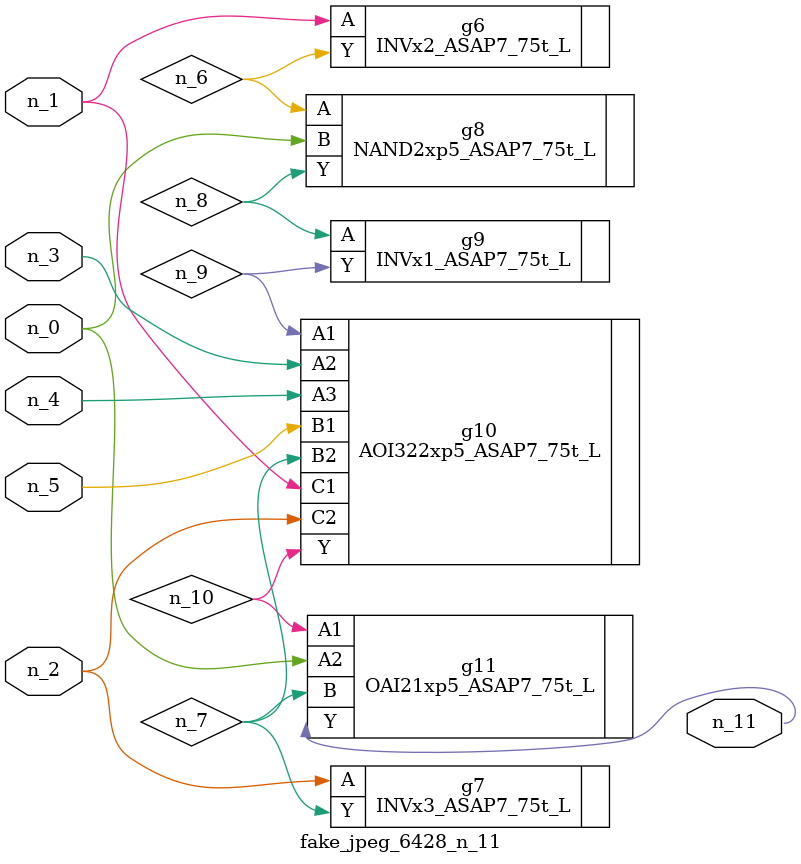
<source format=v>
module fake_jpeg_6428_n_11 (n_3, n_2, n_1, n_0, n_4, n_5, n_11);

input n_3;
input n_2;
input n_1;
input n_0;
input n_4;
input n_5;

output n_11;

wire n_10;
wire n_8;
wire n_9;
wire n_6;
wire n_7;

INVx2_ASAP7_75t_L g6 ( 
.A(n_1),
.Y(n_6)
);

INVx3_ASAP7_75t_L g7 ( 
.A(n_2),
.Y(n_7)
);

NAND2xp5_ASAP7_75t_L g8 ( 
.A(n_6),
.B(n_0),
.Y(n_8)
);

INVx1_ASAP7_75t_L g9 ( 
.A(n_8),
.Y(n_9)
);

AOI322xp5_ASAP7_75t_L g10 ( 
.A1(n_9),
.A2(n_3),
.A3(n_4),
.B1(n_5),
.B2(n_7),
.C1(n_1),
.C2(n_2),
.Y(n_10)
);

OAI21xp5_ASAP7_75t_L g11 ( 
.A1(n_10),
.A2(n_0),
.B(n_7),
.Y(n_11)
);


endmodule
</source>
